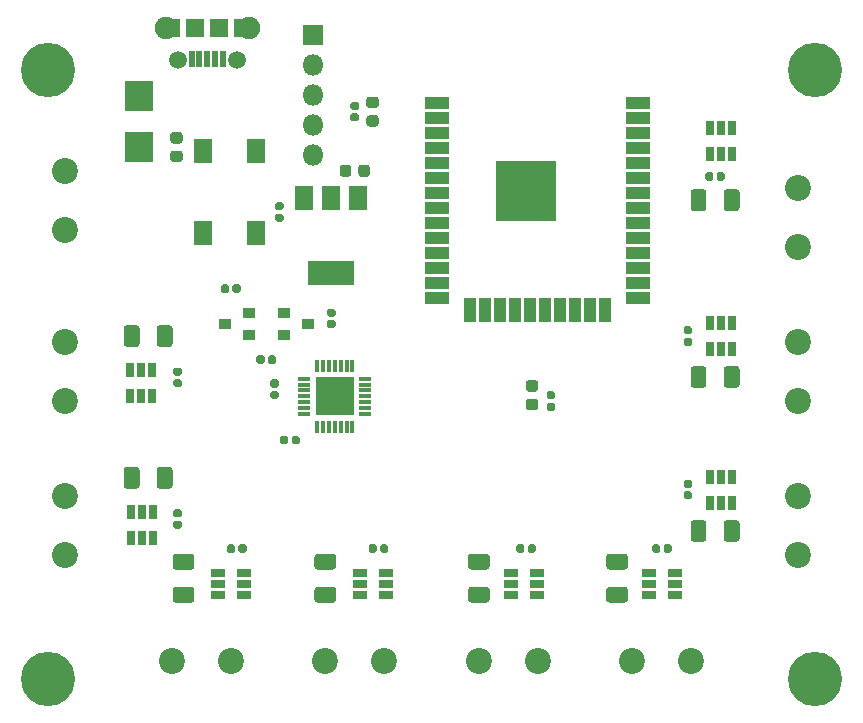
<source format=gbr>
%TF.GenerationSoftware,KiCad,Pcbnew,5.1.6-c6e7f7d~87~ubuntu18.04.1*%
%TF.CreationDate,2020-09-13T15:34:11-06:00*%
%TF.ProjectId,twinkle-led-controller,7477696e-6b6c-4652-9d6c-65642d636f6e,rev?*%
%TF.SameCoordinates,Original*%
%TF.FileFunction,Soldermask,Top*%
%TF.FilePolarity,Negative*%
%FSLAX46Y46*%
G04 Gerber Fmt 4.6, Leading zero omitted, Abs format (unit mm)*
G04 Created by KiCad (PCBNEW 5.1.6-c6e7f7d~87~ubuntu18.04.1) date 2020-09-13 15:34:11*
%MOMM*%
%LPD*%
G01*
G04 APERTURE LIST*
%ADD10C,2.200000*%
%ADD11R,3.200000X3.200000*%
%ADD12R,0.354000X1.000000*%
%ADD13R,1.000000X0.354000*%
%ADD14R,2.400000X2.600000*%
%ADD15R,0.750000X1.160000*%
%ADD16R,1.160000X0.750000*%
%ADD17R,2.100000X1.000000*%
%ADD18R,1.000000X2.100000*%
%ADD19R,5.100000X5.100000*%
%ADD20R,1.600000X2.100000*%
%ADD21R,3.900000X2.100000*%
%ADD22R,1.000000X0.900000*%
%ADD23O,1.800000X1.800000*%
%ADD24R,1.800000X1.800000*%
%ADD25R,1.600000X1.650000*%
%ADD26C,1.900000*%
%ADD27C,1.508000*%
%ADD28R,0.500000X1.450000*%
%ADD29C,4.600000*%
G04 APERTURE END LIST*
D10*
%TO.C,J12*%
X182000000Y-70500000D03*
X182000000Y-65500000D03*
%TD*%
%TO.C,J11*%
X182000000Y-85000000D03*
X182000000Y-80000000D03*
%TD*%
%TO.C,J10*%
X182000000Y-98000000D03*
X182000000Y-93000000D03*
%TD*%
%TO.C,J9*%
X196000000Y-107000000D03*
X191000000Y-107000000D03*
%TD*%
%TO.C,J8*%
X209000000Y-107000000D03*
X204000000Y-107000000D03*
%TD*%
%TO.C,J7*%
X222000000Y-107000000D03*
X217000000Y-107000000D03*
%TD*%
%TO.C,J6*%
X235000000Y-107000000D03*
X230000000Y-107000000D03*
%TD*%
%TO.C,J5*%
X244000000Y-93000000D03*
X244000000Y-98000000D03*
%TD*%
%TO.C,J4*%
X244000000Y-80000000D03*
X244000000Y-85000000D03*
%TD*%
%TO.C,J3*%
X244000000Y-67000000D03*
X244000000Y-72000000D03*
%TD*%
D11*
%TO.C,U2*%
X204800000Y-84600000D03*
D12*
X203300000Y-82010000D03*
X203800000Y-82010000D03*
X204300000Y-82010000D03*
X204800000Y-82010000D03*
X205300000Y-82010000D03*
X205800000Y-82010000D03*
X206300000Y-82010000D03*
D13*
X207390000Y-83100000D03*
X207390000Y-83600000D03*
X207390000Y-84100000D03*
X207390000Y-84600000D03*
X207390000Y-85100000D03*
X207390000Y-85600000D03*
X207390000Y-86100000D03*
D12*
X206300000Y-87190000D03*
X205800000Y-87190000D03*
X205300000Y-87190000D03*
X204800000Y-87190000D03*
X204300000Y-87190000D03*
X203800000Y-87190000D03*
X203300000Y-87190000D03*
D13*
X202210000Y-86100000D03*
X202210000Y-85600000D03*
X202210000Y-85100000D03*
X202210000Y-84600000D03*
X202210000Y-84100000D03*
X202210000Y-83600000D03*
X202210000Y-83100000D03*
%TD*%
%TO.C,R15*%
G36*
G01*
X201140000Y-88497500D02*
X201140000Y-88102500D01*
G75*
G02*
X201312500Y-87930000I172500J0D01*
G01*
X201657500Y-87930000D01*
G75*
G02*
X201830000Y-88102500I0J-172500D01*
G01*
X201830000Y-88497500D01*
G75*
G02*
X201657500Y-88670000I-172500J0D01*
G01*
X201312500Y-88670000D01*
G75*
G02*
X201140000Y-88497500I0J172500D01*
G01*
G37*
G36*
G01*
X200170000Y-88497500D02*
X200170000Y-88102500D01*
G75*
G02*
X200342500Y-87930000I172500J0D01*
G01*
X200687500Y-87930000D01*
G75*
G02*
X200860000Y-88102500I0J-172500D01*
G01*
X200860000Y-88497500D01*
G75*
G02*
X200687500Y-88670000I-172500J0D01*
G01*
X200342500Y-88670000D01*
G75*
G02*
X200170000Y-88497500I0J172500D01*
G01*
G37*
%TD*%
D14*
%TO.C,D1*%
X188200000Y-63450000D03*
X188200000Y-59150000D03*
%TD*%
%TO.C,R14*%
G36*
G01*
X222902500Y-85140000D02*
X223297500Y-85140000D01*
G75*
G02*
X223470000Y-85312500I0J-172500D01*
G01*
X223470000Y-85657500D01*
G75*
G02*
X223297500Y-85830000I-172500J0D01*
G01*
X222902500Y-85830000D01*
G75*
G02*
X222730000Y-85657500I0J172500D01*
G01*
X222730000Y-85312500D01*
G75*
G02*
X222902500Y-85140000I172500J0D01*
G01*
G37*
G36*
G01*
X222902500Y-84170000D02*
X223297500Y-84170000D01*
G75*
G02*
X223470000Y-84342500I0J-172500D01*
G01*
X223470000Y-84687500D01*
G75*
G02*
X223297500Y-84860000I-172500J0D01*
G01*
X222902500Y-84860000D01*
G75*
G02*
X222730000Y-84687500I0J172500D01*
G01*
X222730000Y-84342500D01*
G75*
G02*
X222902500Y-84170000I172500J0D01*
G01*
G37*
%TD*%
D15*
%TO.C,U12*%
X188400000Y-82400000D03*
X187450000Y-82400000D03*
X189350000Y-82400000D03*
X189350000Y-84600000D03*
X188400000Y-84600000D03*
X187450000Y-84600000D03*
%TD*%
%TO.C,U11*%
X188500000Y-94400000D03*
X187550000Y-94400000D03*
X189450000Y-94400000D03*
X189450000Y-96600000D03*
X188500000Y-96600000D03*
X187550000Y-96600000D03*
%TD*%
D16*
%TO.C,U10*%
X194900000Y-100500000D03*
X194900000Y-101450000D03*
X194900000Y-99550000D03*
X197100000Y-99550000D03*
X197100000Y-100500000D03*
X197100000Y-101450000D03*
%TD*%
%TO.C,U9*%
X206900000Y-100500000D03*
X206900000Y-101450000D03*
X206900000Y-99550000D03*
X209100000Y-99550000D03*
X209100000Y-100500000D03*
X209100000Y-101450000D03*
%TD*%
%TO.C,U8*%
X219760000Y-100500000D03*
X219760000Y-101450000D03*
X219760000Y-99550000D03*
X221960000Y-99550000D03*
X221960000Y-100500000D03*
X221960000Y-101450000D03*
%TD*%
%TO.C,U7*%
X231400000Y-100500000D03*
X231400000Y-101450000D03*
X231400000Y-99550000D03*
X233600000Y-99550000D03*
X233600000Y-100500000D03*
X233600000Y-101450000D03*
%TD*%
D15*
%TO.C,U6*%
X237500000Y-93600000D03*
X238450000Y-93600000D03*
X236550000Y-93600000D03*
X236550000Y-91400000D03*
X237500000Y-91400000D03*
X238450000Y-91400000D03*
%TD*%
%TO.C,U5*%
X237500000Y-80600000D03*
X238450000Y-80600000D03*
X236550000Y-80600000D03*
X236550000Y-78400000D03*
X237500000Y-78400000D03*
X238450000Y-78400000D03*
%TD*%
%TO.C,U4*%
X237500000Y-64100000D03*
X238450000Y-64100000D03*
X236550000Y-64100000D03*
X236550000Y-61900000D03*
X237500000Y-61900000D03*
X238450000Y-61900000D03*
%TD*%
D17*
%TO.C,U3*%
X230500000Y-59745000D03*
X230500000Y-61015000D03*
X230500000Y-62285000D03*
X230500000Y-63555000D03*
X230500000Y-64825000D03*
X230500000Y-66095000D03*
X230500000Y-67365000D03*
X230500000Y-68635000D03*
X230500000Y-69905000D03*
X230500000Y-71175000D03*
X230500000Y-72445000D03*
X230500000Y-73715000D03*
X230500000Y-74985000D03*
X230500000Y-76255000D03*
D18*
X227715000Y-77255000D03*
X226445000Y-77255000D03*
X225175000Y-77255000D03*
X223905000Y-77255000D03*
X222635000Y-77255000D03*
X221365000Y-77255000D03*
X220095000Y-77255000D03*
X218825000Y-77255000D03*
X217555000Y-77255000D03*
X216285000Y-77255000D03*
D17*
X213500000Y-76255000D03*
X213500000Y-74985000D03*
X213500000Y-73715000D03*
X213500000Y-72445000D03*
X213500000Y-71175000D03*
X213500000Y-69905000D03*
X213500000Y-68635000D03*
X213500000Y-67365000D03*
X213500000Y-66095000D03*
X213500000Y-64825000D03*
X213500000Y-63555000D03*
X213500000Y-62285000D03*
X213500000Y-61015000D03*
X213500000Y-59745000D03*
D19*
X221000000Y-67245000D03*
%TD*%
D20*
%TO.C,U1*%
X206800000Y-67850000D03*
X202200000Y-67850000D03*
X204500000Y-67850000D03*
D21*
X204500000Y-74150000D03*
%TD*%
D20*
%TO.C,SW1*%
X193650000Y-70800000D03*
X193650000Y-63800000D03*
X198150000Y-70800000D03*
X198150000Y-63800000D03*
%TD*%
%TO.C,R12*%
G36*
G01*
X189725000Y-80155000D02*
X189725000Y-78845000D01*
G75*
G02*
X189995000Y-78575000I270000J0D01*
G01*
X190805000Y-78575000D01*
G75*
G02*
X191075000Y-78845000I0J-270000D01*
G01*
X191075000Y-80155000D01*
G75*
G02*
X190805000Y-80425000I-270000J0D01*
G01*
X189995000Y-80425000D01*
G75*
G02*
X189725000Y-80155000I0J270000D01*
G01*
G37*
G36*
G01*
X186925000Y-80155000D02*
X186925000Y-78845000D01*
G75*
G02*
X187195000Y-78575000I270000J0D01*
G01*
X188005000Y-78575000D01*
G75*
G02*
X188275000Y-78845000I0J-270000D01*
G01*
X188275000Y-80155000D01*
G75*
G02*
X188005000Y-80425000I-270000J0D01*
G01*
X187195000Y-80425000D01*
G75*
G02*
X186925000Y-80155000I0J270000D01*
G01*
G37*
%TD*%
%TO.C,R11*%
G36*
G01*
X189725000Y-92155000D02*
X189725000Y-90845000D01*
G75*
G02*
X189995000Y-90575000I270000J0D01*
G01*
X190805000Y-90575000D01*
G75*
G02*
X191075000Y-90845000I0J-270000D01*
G01*
X191075000Y-92155000D01*
G75*
G02*
X190805000Y-92425000I-270000J0D01*
G01*
X189995000Y-92425000D01*
G75*
G02*
X189725000Y-92155000I0J270000D01*
G01*
G37*
G36*
G01*
X186925000Y-92155000D02*
X186925000Y-90845000D01*
G75*
G02*
X187195000Y-90575000I270000J0D01*
G01*
X188005000Y-90575000D01*
G75*
G02*
X188275000Y-90845000I0J-270000D01*
G01*
X188275000Y-92155000D01*
G75*
G02*
X188005000Y-92425000I-270000J0D01*
G01*
X187195000Y-92425000D01*
G75*
G02*
X186925000Y-92155000I0J270000D01*
G01*
G37*
%TD*%
%TO.C,R10*%
G36*
G01*
X192655000Y-99275000D02*
X191345000Y-99275000D01*
G75*
G02*
X191075000Y-99005000I0J270000D01*
G01*
X191075000Y-98195000D01*
G75*
G02*
X191345000Y-97925000I270000J0D01*
G01*
X192655000Y-97925000D01*
G75*
G02*
X192925000Y-98195000I0J-270000D01*
G01*
X192925000Y-99005000D01*
G75*
G02*
X192655000Y-99275000I-270000J0D01*
G01*
G37*
G36*
G01*
X192655000Y-102075000D02*
X191345000Y-102075000D01*
G75*
G02*
X191075000Y-101805000I0J270000D01*
G01*
X191075000Y-100995000D01*
G75*
G02*
X191345000Y-100725000I270000J0D01*
G01*
X192655000Y-100725000D01*
G75*
G02*
X192925000Y-100995000I0J-270000D01*
G01*
X192925000Y-101805000D01*
G75*
G02*
X192655000Y-102075000I-270000J0D01*
G01*
G37*
%TD*%
%TO.C,R9*%
G36*
G01*
X204655000Y-99275000D02*
X203345000Y-99275000D01*
G75*
G02*
X203075000Y-99005000I0J270000D01*
G01*
X203075000Y-98195000D01*
G75*
G02*
X203345000Y-97925000I270000J0D01*
G01*
X204655000Y-97925000D01*
G75*
G02*
X204925000Y-98195000I0J-270000D01*
G01*
X204925000Y-99005000D01*
G75*
G02*
X204655000Y-99275000I-270000J0D01*
G01*
G37*
G36*
G01*
X204655000Y-102075000D02*
X203345000Y-102075000D01*
G75*
G02*
X203075000Y-101805000I0J270000D01*
G01*
X203075000Y-100995000D01*
G75*
G02*
X203345000Y-100725000I270000J0D01*
G01*
X204655000Y-100725000D01*
G75*
G02*
X204925000Y-100995000I0J-270000D01*
G01*
X204925000Y-101805000D01*
G75*
G02*
X204655000Y-102075000I-270000J0D01*
G01*
G37*
%TD*%
%TO.C,R8*%
G36*
G01*
X217655000Y-99275000D02*
X216345000Y-99275000D01*
G75*
G02*
X216075000Y-99005000I0J270000D01*
G01*
X216075000Y-98195000D01*
G75*
G02*
X216345000Y-97925000I270000J0D01*
G01*
X217655000Y-97925000D01*
G75*
G02*
X217925000Y-98195000I0J-270000D01*
G01*
X217925000Y-99005000D01*
G75*
G02*
X217655000Y-99275000I-270000J0D01*
G01*
G37*
G36*
G01*
X217655000Y-102075000D02*
X216345000Y-102075000D01*
G75*
G02*
X216075000Y-101805000I0J270000D01*
G01*
X216075000Y-100995000D01*
G75*
G02*
X216345000Y-100725000I270000J0D01*
G01*
X217655000Y-100725000D01*
G75*
G02*
X217925000Y-100995000I0J-270000D01*
G01*
X217925000Y-101805000D01*
G75*
G02*
X217655000Y-102075000I-270000J0D01*
G01*
G37*
%TD*%
%TO.C,R7*%
G36*
G01*
X229355000Y-99275000D02*
X228045000Y-99275000D01*
G75*
G02*
X227775000Y-99005000I0J270000D01*
G01*
X227775000Y-98195000D01*
G75*
G02*
X228045000Y-97925000I270000J0D01*
G01*
X229355000Y-97925000D01*
G75*
G02*
X229625000Y-98195000I0J-270000D01*
G01*
X229625000Y-99005000D01*
G75*
G02*
X229355000Y-99275000I-270000J0D01*
G01*
G37*
G36*
G01*
X229355000Y-102075000D02*
X228045000Y-102075000D01*
G75*
G02*
X227775000Y-101805000I0J270000D01*
G01*
X227775000Y-100995000D01*
G75*
G02*
X228045000Y-100725000I270000J0D01*
G01*
X229355000Y-100725000D01*
G75*
G02*
X229625000Y-100995000I0J-270000D01*
G01*
X229625000Y-101805000D01*
G75*
G02*
X229355000Y-102075000I-270000J0D01*
G01*
G37*
%TD*%
%TO.C,R6*%
G36*
G01*
X236275000Y-95345000D02*
X236275000Y-96655000D01*
G75*
G02*
X236005000Y-96925000I-270000J0D01*
G01*
X235195000Y-96925000D01*
G75*
G02*
X234925000Y-96655000I0J270000D01*
G01*
X234925000Y-95345000D01*
G75*
G02*
X235195000Y-95075000I270000J0D01*
G01*
X236005000Y-95075000D01*
G75*
G02*
X236275000Y-95345000I0J-270000D01*
G01*
G37*
G36*
G01*
X239075000Y-95345000D02*
X239075000Y-96655000D01*
G75*
G02*
X238805000Y-96925000I-270000J0D01*
G01*
X237995000Y-96925000D01*
G75*
G02*
X237725000Y-96655000I0J270000D01*
G01*
X237725000Y-95345000D01*
G75*
G02*
X237995000Y-95075000I270000J0D01*
G01*
X238805000Y-95075000D01*
G75*
G02*
X239075000Y-95345000I0J-270000D01*
G01*
G37*
%TD*%
%TO.C,R5*%
G36*
G01*
X236275000Y-82305000D02*
X236275000Y-83615000D01*
G75*
G02*
X236005000Y-83885000I-270000J0D01*
G01*
X235195000Y-83885000D01*
G75*
G02*
X234925000Y-83615000I0J270000D01*
G01*
X234925000Y-82305000D01*
G75*
G02*
X235195000Y-82035000I270000J0D01*
G01*
X236005000Y-82035000D01*
G75*
G02*
X236275000Y-82305000I0J-270000D01*
G01*
G37*
G36*
G01*
X239075000Y-82305000D02*
X239075000Y-83615000D01*
G75*
G02*
X238805000Y-83885000I-270000J0D01*
G01*
X237995000Y-83885000D01*
G75*
G02*
X237725000Y-83615000I0J270000D01*
G01*
X237725000Y-82305000D01*
G75*
G02*
X237995000Y-82035000I270000J0D01*
G01*
X238805000Y-82035000D01*
G75*
G02*
X239075000Y-82305000I0J-270000D01*
G01*
G37*
%TD*%
%TO.C,R4*%
G36*
G01*
X236275000Y-67345000D02*
X236275000Y-68655000D01*
G75*
G02*
X236005000Y-68925000I-270000J0D01*
G01*
X235195000Y-68925000D01*
G75*
G02*
X234925000Y-68655000I0J270000D01*
G01*
X234925000Y-67345000D01*
G75*
G02*
X235195000Y-67075000I270000J0D01*
G01*
X236005000Y-67075000D01*
G75*
G02*
X236275000Y-67345000I0J-270000D01*
G01*
G37*
G36*
G01*
X239075000Y-67345000D02*
X239075000Y-68655000D01*
G75*
G02*
X238805000Y-68925000I-270000J0D01*
G01*
X237995000Y-68925000D01*
G75*
G02*
X237725000Y-68655000I0J270000D01*
G01*
X237725000Y-67345000D01*
G75*
G02*
X237995000Y-67075000I270000J0D01*
G01*
X238805000Y-67075000D01*
G75*
G02*
X239075000Y-67345000I0J-270000D01*
G01*
G37*
%TD*%
%TO.C,R3*%
G36*
G01*
X204302500Y-78140000D02*
X204697500Y-78140000D01*
G75*
G02*
X204870000Y-78312500I0J-172500D01*
G01*
X204870000Y-78657500D01*
G75*
G02*
X204697500Y-78830000I-172500J0D01*
G01*
X204302500Y-78830000D01*
G75*
G02*
X204130000Y-78657500I0J172500D01*
G01*
X204130000Y-78312500D01*
G75*
G02*
X204302500Y-78140000I172500J0D01*
G01*
G37*
G36*
G01*
X204302500Y-77170000D02*
X204697500Y-77170000D01*
G75*
G02*
X204870000Y-77342500I0J-172500D01*
G01*
X204870000Y-77687500D01*
G75*
G02*
X204697500Y-77860000I-172500J0D01*
G01*
X204302500Y-77860000D01*
G75*
G02*
X204130000Y-77687500I0J172500D01*
G01*
X204130000Y-77342500D01*
G75*
G02*
X204302500Y-77170000I172500J0D01*
G01*
G37*
%TD*%
%TO.C,R2*%
G36*
G01*
X199140000Y-81697500D02*
X199140000Y-81302500D01*
G75*
G02*
X199312500Y-81130000I172500J0D01*
G01*
X199657500Y-81130000D01*
G75*
G02*
X199830000Y-81302500I0J-172500D01*
G01*
X199830000Y-81697500D01*
G75*
G02*
X199657500Y-81870000I-172500J0D01*
G01*
X199312500Y-81870000D01*
G75*
G02*
X199140000Y-81697500I0J172500D01*
G01*
G37*
G36*
G01*
X198170000Y-81697500D02*
X198170000Y-81302500D01*
G75*
G02*
X198342500Y-81130000I172500J0D01*
G01*
X198687500Y-81130000D01*
G75*
G02*
X198860000Y-81302500I0J-172500D01*
G01*
X198860000Y-81697500D01*
G75*
G02*
X198687500Y-81870000I-172500J0D01*
G01*
X198342500Y-81870000D01*
G75*
G02*
X198170000Y-81697500I0J172500D01*
G01*
G37*
%TD*%
%TO.C,R1*%
G36*
G01*
X195860000Y-75302500D02*
X195860000Y-75697500D01*
G75*
G02*
X195687500Y-75870000I-172500J0D01*
G01*
X195342500Y-75870000D01*
G75*
G02*
X195170000Y-75697500I0J172500D01*
G01*
X195170000Y-75302500D01*
G75*
G02*
X195342500Y-75130000I172500J0D01*
G01*
X195687500Y-75130000D01*
G75*
G02*
X195860000Y-75302500I0J-172500D01*
G01*
G37*
G36*
G01*
X196830000Y-75302500D02*
X196830000Y-75697500D01*
G75*
G02*
X196657500Y-75870000I-172500J0D01*
G01*
X196312500Y-75870000D01*
G75*
G02*
X196140000Y-75697500I0J172500D01*
G01*
X196140000Y-75302500D01*
G75*
G02*
X196312500Y-75130000I172500J0D01*
G01*
X196657500Y-75130000D01*
G75*
G02*
X196830000Y-75302500I0J-172500D01*
G01*
G37*
%TD*%
D22*
%TO.C,Q2*%
X195500000Y-78500000D03*
X197500000Y-77550000D03*
X197500000Y-79450000D03*
%TD*%
%TO.C,Q1*%
X202500000Y-78500000D03*
X200500000Y-79450000D03*
X200500000Y-77550000D03*
%TD*%
D23*
%TO.C,J2*%
X203000000Y-64160000D03*
X203000000Y-61620000D03*
X203000000Y-59080000D03*
X203000000Y-56540000D03*
D24*
X203000000Y-54000000D03*
%TD*%
D25*
%TO.C,J1*%
X190950000Y-53400000D03*
X197050000Y-53400000D03*
X193000000Y-53400000D03*
X195000000Y-53400000D03*
D26*
X190500000Y-53400000D03*
X197500000Y-53400000D03*
D27*
X191500000Y-56100000D03*
X196500000Y-56100000D03*
D28*
X192700000Y-56075000D03*
X193350000Y-56075000D03*
X194000000Y-56075000D03*
X194650000Y-56075000D03*
X195300000Y-56075000D03*
%TD*%
D29*
%TO.C,H4*%
X245500000Y-108500000D03*
%TD*%
%TO.C,H3*%
X245500000Y-57000000D03*
%TD*%
%TO.C,H2*%
X180500000Y-108500000D03*
%TD*%
%TO.C,H1*%
X180500000Y-57000000D03*
%TD*%
%TO.C,D2*%
G36*
G01*
X221781250Y-84200000D02*
X221218750Y-84200000D01*
G75*
G02*
X220975000Y-83956250I0J243750D01*
G01*
X220975000Y-83468750D01*
G75*
G02*
X221218750Y-83225000I243750J0D01*
G01*
X221781250Y-83225000D01*
G75*
G02*
X222025000Y-83468750I0J-243750D01*
G01*
X222025000Y-83956250D01*
G75*
G02*
X221781250Y-84200000I-243750J0D01*
G01*
G37*
G36*
G01*
X221781250Y-85775000D02*
X221218750Y-85775000D01*
G75*
G02*
X220975000Y-85531250I0J243750D01*
G01*
X220975000Y-85043750D01*
G75*
G02*
X221218750Y-84800000I243750J0D01*
G01*
X221781250Y-84800000D01*
G75*
G02*
X222025000Y-85043750I0J-243750D01*
G01*
X222025000Y-85531250D01*
G75*
G02*
X221781250Y-85775000I-243750J0D01*
G01*
G37*
%TD*%
%TO.C,C16*%
G36*
G01*
X191302500Y-83140000D02*
X191697500Y-83140000D01*
G75*
G02*
X191870000Y-83312500I0J-172500D01*
G01*
X191870000Y-83657500D01*
G75*
G02*
X191697500Y-83830000I-172500J0D01*
G01*
X191302500Y-83830000D01*
G75*
G02*
X191130000Y-83657500I0J172500D01*
G01*
X191130000Y-83312500D01*
G75*
G02*
X191302500Y-83140000I172500J0D01*
G01*
G37*
G36*
G01*
X191302500Y-82170000D02*
X191697500Y-82170000D01*
G75*
G02*
X191870000Y-82342500I0J-172500D01*
G01*
X191870000Y-82687500D01*
G75*
G02*
X191697500Y-82860000I-172500J0D01*
G01*
X191302500Y-82860000D01*
G75*
G02*
X191130000Y-82687500I0J172500D01*
G01*
X191130000Y-82342500D01*
G75*
G02*
X191302500Y-82170000I172500J0D01*
G01*
G37*
%TD*%
%TO.C,C15*%
G36*
G01*
X191302500Y-95125000D02*
X191697500Y-95125000D01*
G75*
G02*
X191870000Y-95297500I0J-172500D01*
G01*
X191870000Y-95642500D01*
G75*
G02*
X191697500Y-95815000I-172500J0D01*
G01*
X191302500Y-95815000D01*
G75*
G02*
X191130000Y-95642500I0J172500D01*
G01*
X191130000Y-95297500D01*
G75*
G02*
X191302500Y-95125000I172500J0D01*
G01*
G37*
G36*
G01*
X191302500Y-94155000D02*
X191697500Y-94155000D01*
G75*
G02*
X191870000Y-94327500I0J-172500D01*
G01*
X191870000Y-94672500D01*
G75*
G02*
X191697500Y-94845000I-172500J0D01*
G01*
X191302500Y-94845000D01*
G75*
G02*
X191130000Y-94672500I0J172500D01*
G01*
X191130000Y-94327500D01*
G75*
G02*
X191302500Y-94155000I172500J0D01*
G01*
G37*
%TD*%
%TO.C,C14*%
G36*
G01*
X196640000Y-97697500D02*
X196640000Y-97302500D01*
G75*
G02*
X196812500Y-97130000I172500J0D01*
G01*
X197157500Y-97130000D01*
G75*
G02*
X197330000Y-97302500I0J-172500D01*
G01*
X197330000Y-97697500D01*
G75*
G02*
X197157500Y-97870000I-172500J0D01*
G01*
X196812500Y-97870000D01*
G75*
G02*
X196640000Y-97697500I0J172500D01*
G01*
G37*
G36*
G01*
X195670000Y-97697500D02*
X195670000Y-97302500D01*
G75*
G02*
X195842500Y-97130000I172500J0D01*
G01*
X196187500Y-97130000D01*
G75*
G02*
X196360000Y-97302500I0J-172500D01*
G01*
X196360000Y-97697500D01*
G75*
G02*
X196187500Y-97870000I-172500J0D01*
G01*
X195842500Y-97870000D01*
G75*
G02*
X195670000Y-97697500I0J172500D01*
G01*
G37*
%TD*%
%TO.C,C13*%
G36*
G01*
X208640000Y-97697500D02*
X208640000Y-97302500D01*
G75*
G02*
X208812500Y-97130000I172500J0D01*
G01*
X209157500Y-97130000D01*
G75*
G02*
X209330000Y-97302500I0J-172500D01*
G01*
X209330000Y-97697500D01*
G75*
G02*
X209157500Y-97870000I-172500J0D01*
G01*
X208812500Y-97870000D01*
G75*
G02*
X208640000Y-97697500I0J172500D01*
G01*
G37*
G36*
G01*
X207670000Y-97697500D02*
X207670000Y-97302500D01*
G75*
G02*
X207842500Y-97130000I172500J0D01*
G01*
X208187500Y-97130000D01*
G75*
G02*
X208360000Y-97302500I0J-172500D01*
G01*
X208360000Y-97697500D01*
G75*
G02*
X208187500Y-97870000I-172500J0D01*
G01*
X207842500Y-97870000D01*
G75*
G02*
X207670000Y-97697500I0J172500D01*
G01*
G37*
%TD*%
%TO.C,C12*%
G36*
G01*
X221140000Y-97697500D02*
X221140000Y-97302500D01*
G75*
G02*
X221312500Y-97130000I172500J0D01*
G01*
X221657500Y-97130000D01*
G75*
G02*
X221830000Y-97302500I0J-172500D01*
G01*
X221830000Y-97697500D01*
G75*
G02*
X221657500Y-97870000I-172500J0D01*
G01*
X221312500Y-97870000D01*
G75*
G02*
X221140000Y-97697500I0J172500D01*
G01*
G37*
G36*
G01*
X220170000Y-97697500D02*
X220170000Y-97302500D01*
G75*
G02*
X220342500Y-97130000I172500J0D01*
G01*
X220687500Y-97130000D01*
G75*
G02*
X220860000Y-97302500I0J-172500D01*
G01*
X220860000Y-97697500D01*
G75*
G02*
X220687500Y-97870000I-172500J0D01*
G01*
X220342500Y-97870000D01*
G75*
G02*
X220170000Y-97697500I0J172500D01*
G01*
G37*
%TD*%
%TO.C,C11*%
G36*
G01*
X232640000Y-97697500D02*
X232640000Y-97302500D01*
G75*
G02*
X232812500Y-97130000I172500J0D01*
G01*
X233157500Y-97130000D01*
G75*
G02*
X233330000Y-97302500I0J-172500D01*
G01*
X233330000Y-97697500D01*
G75*
G02*
X233157500Y-97870000I-172500J0D01*
G01*
X232812500Y-97870000D01*
G75*
G02*
X232640000Y-97697500I0J172500D01*
G01*
G37*
G36*
G01*
X231670000Y-97697500D02*
X231670000Y-97302500D01*
G75*
G02*
X231842500Y-97130000I172500J0D01*
G01*
X232187500Y-97130000D01*
G75*
G02*
X232360000Y-97302500I0J-172500D01*
G01*
X232360000Y-97697500D01*
G75*
G02*
X232187500Y-97870000I-172500J0D01*
G01*
X231842500Y-97870000D01*
G75*
G02*
X231670000Y-97697500I0J172500D01*
G01*
G37*
%TD*%
%TO.C,C10*%
G36*
G01*
X234897500Y-92360000D02*
X234502500Y-92360000D01*
G75*
G02*
X234330000Y-92187500I0J172500D01*
G01*
X234330000Y-91842500D01*
G75*
G02*
X234502500Y-91670000I172500J0D01*
G01*
X234897500Y-91670000D01*
G75*
G02*
X235070000Y-91842500I0J-172500D01*
G01*
X235070000Y-92187500D01*
G75*
G02*
X234897500Y-92360000I-172500J0D01*
G01*
G37*
G36*
G01*
X234897500Y-93330000D02*
X234502500Y-93330000D01*
G75*
G02*
X234330000Y-93157500I0J172500D01*
G01*
X234330000Y-92812500D01*
G75*
G02*
X234502500Y-92640000I172500J0D01*
G01*
X234897500Y-92640000D01*
G75*
G02*
X235070000Y-92812500I0J-172500D01*
G01*
X235070000Y-93157500D01*
G75*
G02*
X234897500Y-93330000I-172500J0D01*
G01*
G37*
%TD*%
%TO.C,C9*%
G36*
G01*
X234897500Y-79360000D02*
X234502500Y-79360000D01*
G75*
G02*
X234330000Y-79187500I0J172500D01*
G01*
X234330000Y-78842500D01*
G75*
G02*
X234502500Y-78670000I172500J0D01*
G01*
X234897500Y-78670000D01*
G75*
G02*
X235070000Y-78842500I0J-172500D01*
G01*
X235070000Y-79187500D01*
G75*
G02*
X234897500Y-79360000I-172500J0D01*
G01*
G37*
G36*
G01*
X234897500Y-80330000D02*
X234502500Y-80330000D01*
G75*
G02*
X234330000Y-80157500I0J172500D01*
G01*
X234330000Y-79812500D01*
G75*
G02*
X234502500Y-79640000I172500J0D01*
G01*
X234897500Y-79640000D01*
G75*
G02*
X235070000Y-79812500I0J-172500D01*
G01*
X235070000Y-80157500D01*
G75*
G02*
X234897500Y-80330000I-172500J0D01*
G01*
G37*
%TD*%
%TO.C,C8*%
G36*
G01*
X236860000Y-65802500D02*
X236860000Y-66197500D01*
G75*
G02*
X236687500Y-66370000I-172500J0D01*
G01*
X236342500Y-66370000D01*
G75*
G02*
X236170000Y-66197500I0J172500D01*
G01*
X236170000Y-65802500D01*
G75*
G02*
X236342500Y-65630000I172500J0D01*
G01*
X236687500Y-65630000D01*
G75*
G02*
X236860000Y-65802500I0J-172500D01*
G01*
G37*
G36*
G01*
X237830000Y-65802500D02*
X237830000Y-66197500D01*
G75*
G02*
X237657500Y-66370000I-172500J0D01*
G01*
X237312500Y-66370000D01*
G75*
G02*
X237140000Y-66197500I0J172500D01*
G01*
X237140000Y-65802500D01*
G75*
G02*
X237312500Y-65630000I172500J0D01*
G01*
X237657500Y-65630000D01*
G75*
G02*
X237830000Y-65802500I0J-172500D01*
G01*
G37*
%TD*%
%TO.C,C7*%
G36*
G01*
X206697500Y-60360000D02*
X206302500Y-60360000D01*
G75*
G02*
X206130000Y-60187500I0J172500D01*
G01*
X206130000Y-59842500D01*
G75*
G02*
X206302500Y-59670000I172500J0D01*
G01*
X206697500Y-59670000D01*
G75*
G02*
X206870000Y-59842500I0J-172500D01*
G01*
X206870000Y-60187500D01*
G75*
G02*
X206697500Y-60360000I-172500J0D01*
G01*
G37*
G36*
G01*
X206697500Y-61330000D02*
X206302500Y-61330000D01*
G75*
G02*
X206130000Y-61157500I0J172500D01*
G01*
X206130000Y-60812500D01*
G75*
G02*
X206302500Y-60640000I172500J0D01*
G01*
X206697500Y-60640000D01*
G75*
G02*
X206870000Y-60812500I0J-172500D01*
G01*
X206870000Y-61157500D01*
G75*
G02*
X206697500Y-61330000I-172500J0D01*
G01*
G37*
%TD*%
%TO.C,C6*%
G36*
G01*
X208281250Y-60200000D02*
X207718750Y-60200000D01*
G75*
G02*
X207475000Y-59956250I0J243750D01*
G01*
X207475000Y-59468750D01*
G75*
G02*
X207718750Y-59225000I243750J0D01*
G01*
X208281250Y-59225000D01*
G75*
G02*
X208525000Y-59468750I0J-243750D01*
G01*
X208525000Y-59956250D01*
G75*
G02*
X208281250Y-60200000I-243750J0D01*
G01*
G37*
G36*
G01*
X208281250Y-61775000D02*
X207718750Y-61775000D01*
G75*
G02*
X207475000Y-61531250I0J243750D01*
G01*
X207475000Y-61043750D01*
G75*
G02*
X207718750Y-60800000I243750J0D01*
G01*
X208281250Y-60800000D01*
G75*
G02*
X208525000Y-61043750I0J-243750D01*
G01*
X208525000Y-61531250D01*
G75*
G02*
X208281250Y-61775000I-243750J0D01*
G01*
G37*
%TD*%
%TO.C,C5*%
G36*
G01*
X191681250Y-63200000D02*
X191118750Y-63200000D01*
G75*
G02*
X190875000Y-62956250I0J243750D01*
G01*
X190875000Y-62468750D01*
G75*
G02*
X191118750Y-62225000I243750J0D01*
G01*
X191681250Y-62225000D01*
G75*
G02*
X191925000Y-62468750I0J-243750D01*
G01*
X191925000Y-62956250D01*
G75*
G02*
X191681250Y-63200000I-243750J0D01*
G01*
G37*
G36*
G01*
X191681250Y-64775000D02*
X191118750Y-64775000D01*
G75*
G02*
X190875000Y-64531250I0J243750D01*
G01*
X190875000Y-64043750D01*
G75*
G02*
X191118750Y-63800000I243750J0D01*
G01*
X191681250Y-63800000D01*
G75*
G02*
X191925000Y-64043750I0J-243750D01*
G01*
X191925000Y-64531250D01*
G75*
G02*
X191681250Y-64775000I-243750J0D01*
G01*
G37*
%TD*%
%TO.C,C4*%
G36*
G01*
X206800000Y-65781250D02*
X206800000Y-65218750D01*
G75*
G02*
X207043750Y-64975000I243750J0D01*
G01*
X207531250Y-64975000D01*
G75*
G02*
X207775000Y-65218750I0J-243750D01*
G01*
X207775000Y-65781250D01*
G75*
G02*
X207531250Y-66025000I-243750J0D01*
G01*
X207043750Y-66025000D01*
G75*
G02*
X206800000Y-65781250I0J243750D01*
G01*
G37*
G36*
G01*
X205225000Y-65781250D02*
X205225000Y-65218750D01*
G75*
G02*
X205468750Y-64975000I243750J0D01*
G01*
X205956250Y-64975000D01*
G75*
G02*
X206200000Y-65218750I0J-243750D01*
G01*
X206200000Y-65781250D01*
G75*
G02*
X205956250Y-66025000I-243750J0D01*
G01*
X205468750Y-66025000D01*
G75*
G02*
X205225000Y-65781250I0J243750D01*
G01*
G37*
%TD*%
%TO.C,C2*%
G36*
G01*
X199897500Y-83860000D02*
X199502500Y-83860000D01*
G75*
G02*
X199330000Y-83687500I0J172500D01*
G01*
X199330000Y-83342500D01*
G75*
G02*
X199502500Y-83170000I172500J0D01*
G01*
X199897500Y-83170000D01*
G75*
G02*
X200070000Y-83342500I0J-172500D01*
G01*
X200070000Y-83687500D01*
G75*
G02*
X199897500Y-83860000I-172500J0D01*
G01*
G37*
G36*
G01*
X199897500Y-84830000D02*
X199502500Y-84830000D01*
G75*
G02*
X199330000Y-84657500I0J172500D01*
G01*
X199330000Y-84312500D01*
G75*
G02*
X199502500Y-84140000I172500J0D01*
G01*
X199897500Y-84140000D01*
G75*
G02*
X200070000Y-84312500I0J-172500D01*
G01*
X200070000Y-84657500D01*
G75*
G02*
X199897500Y-84830000I-172500J0D01*
G01*
G37*
%TD*%
%TO.C,C1*%
G36*
G01*
X200297500Y-69830000D02*
X199902500Y-69830000D01*
G75*
G02*
X199730000Y-69657500I0J172500D01*
G01*
X199730000Y-69312500D01*
G75*
G02*
X199902500Y-69140000I172500J0D01*
G01*
X200297500Y-69140000D01*
G75*
G02*
X200470000Y-69312500I0J-172500D01*
G01*
X200470000Y-69657500D01*
G75*
G02*
X200297500Y-69830000I-172500J0D01*
G01*
G37*
G36*
G01*
X200297500Y-68860000D02*
X199902500Y-68860000D01*
G75*
G02*
X199730000Y-68687500I0J172500D01*
G01*
X199730000Y-68342500D01*
G75*
G02*
X199902500Y-68170000I172500J0D01*
G01*
X200297500Y-68170000D01*
G75*
G02*
X200470000Y-68342500I0J-172500D01*
G01*
X200470000Y-68687500D01*
G75*
G02*
X200297500Y-68860000I-172500J0D01*
G01*
G37*
%TD*%
M02*

</source>
